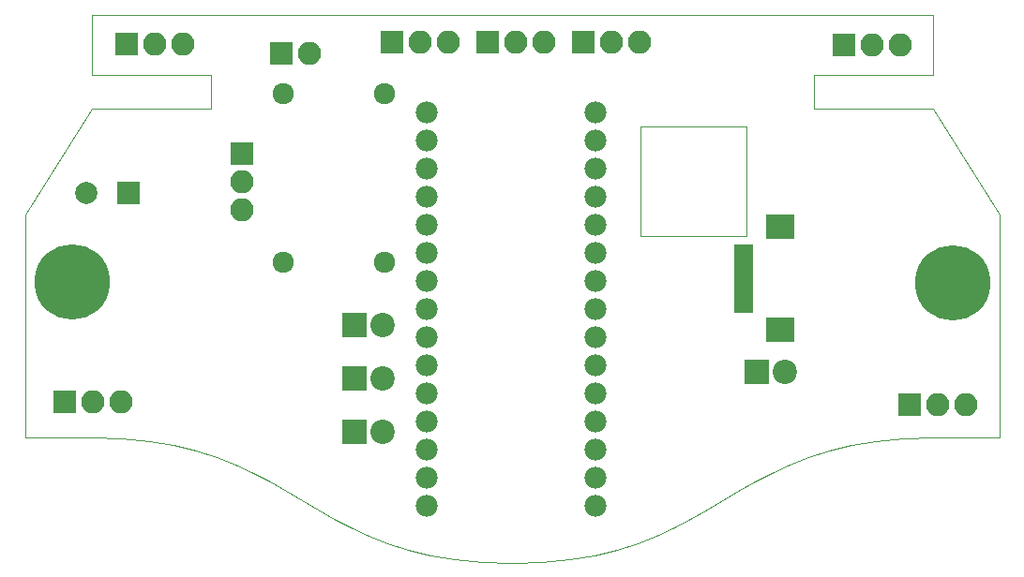
<source format=gbs>
G04 #@! TF.FileFunction,Soldermask,Bot*
%FSLAX46Y46*%
G04 Gerber Fmt 4.6, Leading zero omitted, Abs format (unit mm)*
G04 Created by KiCad (PCBNEW 4.0.7) date 11/19/18 15:24:20*
%MOMM*%
%LPD*%
G01*
G04 APERTURE LIST*
%ADD10C,0.100000*%
%ADD11R,2.600000X2.200000*%
%ADD12R,1.700000X0.700000*%
%ADD13C,6.800000*%
%ADD14C,1.000000*%
%ADD15C,1.974800*%
%ADD16R,2.100000X2.100000*%
%ADD17O,2.100000X2.100000*%
%ADD18R,2.000000X2.000000*%
%ADD19C,2.000000*%
%ADD20R,2.200000X2.200000*%
%ADD21C,2.200000*%
%ADD22C,1.924000*%
G04 APERTURE END LIST*
D10*
X61637263Y4929373D02*
X64496763Y6624314D01*
X82082253Y11450622D02*
X79370003Y11368426D01*
X76914253Y11133175D02*
X74686503Y10761875D01*
X65223532Y29662033D02*
X65223532Y39562033D01*
X55623532Y29662033D02*
X65223532Y29662033D01*
X72658253Y10271533D02*
X70801003Y9679154D01*
X69086253Y9001744D02*
X67485503Y8256310D01*
X23652503Y6629394D02*
X26512003Y4934453D01*
X82042586Y41161710D02*
X88082253Y31572482D01*
X79370003Y11368426D02*
X76914253Y11133175D01*
X88082253Y31572482D02*
X88082253Y11450622D01*
X74686503Y10761875D02*
X72658253Y10271533D01*
X70801003Y9679154D02*
X69086253Y9001744D01*
X65223532Y39562033D02*
X55623532Y39562033D01*
X82082253Y11450622D02*
X88082253Y11450622D01*
X55623532Y39562033D02*
X55623532Y29662033D01*
X8794503Y11368426D02*
X11250253Y11133175D01*
X38914253Y430671D02*
X41370003Y195420D01*
X32801003Y1884692D02*
X34658253Y1292313D01*
X19078253Y9001744D02*
X20679003Y8256310D01*
X17363503Y9679154D02*
X19078253Y9001744D01*
X82253Y11450622D02*
X6082253Y11450622D01*
X31086253Y2562102D02*
X32801003Y1884692D01*
X27970253Y4103988D02*
X29485503Y3307536D01*
X11250253Y11133175D02*
X13478003Y10761875D01*
X20679003Y8256310D02*
X22194253Y7459858D01*
X13478003Y10761875D02*
X15506253Y10271533D01*
X6082253Y11450622D02*
X8794503Y11368426D01*
X16882237Y41161710D02*
X6121394Y41161710D01*
X16882284Y44161773D02*
X16882237Y41161710D01*
X6121374Y49661668D02*
X6121420Y44161731D01*
X6121374Y49661668D02*
X82042581Y49661664D01*
X82042581Y49661664D02*
X82042592Y44161785D01*
X71282237Y41161710D02*
X82042586Y41161710D01*
X71282248Y44161776D02*
X71282237Y41161710D01*
X82253Y11450622D02*
X82253Y31573166D01*
X82253Y31573166D02*
X6121394Y41161710D01*
X67485503Y8256310D02*
X65970253Y7459858D01*
X65970253Y7459858D02*
X64495680Y6624320D01*
X16882284Y44161773D02*
X6121420Y44161731D01*
X61637263Y4929373D02*
X60179013Y4098908D01*
X57078253Y2562102D02*
X55363503Y1884692D01*
X41370003Y195420D02*
X44082253Y113224D01*
X22194253Y7459858D02*
X23652503Y6629394D01*
X60179013Y4098908D02*
X58679080Y3307080D01*
X58679003Y3307536D02*
X57078253Y2562102D01*
X55363503Y1884692D02*
X53506253Y1292313D01*
X29485503Y3307536D02*
X31086253Y2562102D01*
X53506253Y1292313D02*
X51478003Y801971D01*
X71282248Y44161776D02*
X82042592Y44161785D01*
X34658253Y1292313D02*
X36686503Y801971D01*
X51478003Y801971D02*
X49250253Y430671D01*
X26512003Y4934453D02*
X27970253Y4103988D01*
X49250253Y430671D02*
X46794503Y195420D01*
X46794503Y195420D02*
X44082253Y113224D01*
X36686503Y801971D02*
X38914253Y430671D01*
X15506253Y10271533D02*
X17363503Y9679154D01*
D11*
X68237560Y21151320D03*
X68237560Y30451320D03*
D12*
X64987560Y28551320D03*
X64987560Y28051320D03*
X64987560Y27551320D03*
X64987560Y27051320D03*
X64987560Y26551320D03*
X64987560Y26051320D03*
X64987560Y25551320D03*
X64987560Y25051320D03*
X64987560Y24551320D03*
X64987560Y24051320D03*
X64987560Y23551320D03*
X64987560Y23051320D03*
D13*
X4333240Y25455880D03*
D14*
X6733240Y25455880D03*
X6030296Y23758824D03*
X4333240Y23055880D03*
X2636184Y23758824D03*
X1933240Y25455880D03*
X2636184Y27152936D03*
X4333240Y27855880D03*
X6030296Y27152936D03*
D15*
X51628040Y40777160D03*
X36388040Y40777160D03*
X51628040Y38237160D03*
X36388040Y38237160D03*
X51628040Y35697160D03*
X36388040Y35697160D03*
X51628040Y33157160D03*
X36388040Y33157160D03*
X51628040Y30617160D03*
X36388040Y30617160D03*
X51628040Y28077160D03*
X36388040Y28077160D03*
X51628040Y25537160D03*
X36388040Y25537160D03*
X51628040Y22997160D03*
X36388040Y22997160D03*
X51628040Y20457160D03*
X36388040Y20457160D03*
X51628040Y17917160D03*
X36388040Y17917160D03*
X51628040Y15377160D03*
X36388040Y15377160D03*
X51628040Y12837160D03*
X36388040Y12837160D03*
X51628040Y10297160D03*
X36388040Y10297160D03*
X51628040Y7757160D03*
X36388040Y7757160D03*
X51628040Y5217160D03*
X36388040Y5217160D03*
D16*
X50510440Y47132240D03*
D17*
X53050440Y47132240D03*
X55590440Y47132240D03*
D18*
X9418480Y33568640D03*
D19*
X5618480Y33568640D03*
D20*
X29829760Y21615400D03*
D21*
X32369760Y21615400D03*
D20*
X29829760Y16769080D03*
D21*
X32369760Y16769080D03*
D20*
X29834840Y11973560D03*
D21*
X32374840Y11973560D03*
D20*
X66131440Y17332960D03*
D21*
X68671440Y17332960D03*
D16*
X9235440Y46974760D03*
D17*
X11775440Y46974760D03*
X14315440Y46974760D03*
D16*
X74056240Y46918880D03*
D17*
X76596240Y46918880D03*
X79136240Y46918880D03*
D16*
X23256240Y46161960D03*
D17*
X25796240Y46161960D03*
D16*
X3642360Y14681200D03*
D17*
X6182360Y14681200D03*
X8722360Y14681200D03*
D16*
X19705320Y37073840D03*
D17*
X19705320Y34533840D03*
X19705320Y31993840D03*
D16*
X79913480Y14422120D03*
D17*
X82453480Y14422120D03*
X84993480Y14422120D03*
D16*
X33192720Y47127160D03*
D17*
X35732720Y47127160D03*
X38272720Y47127160D03*
D16*
X41843960Y47142400D03*
D17*
X44383960Y47142400D03*
X46923960Y47142400D03*
D22*
X23373080Y42473880D03*
X32517080Y42473880D03*
X23373080Y27233880D03*
X32513080Y27233880D03*
D13*
X83850480Y25394920D03*
D14*
X86250480Y25394920D03*
X85547536Y23697864D03*
X83850480Y22994920D03*
X82153424Y23697864D03*
X81450480Y25394920D03*
X82153424Y27091976D03*
X83850480Y27794920D03*
X85547536Y27091976D03*
M02*

</source>
